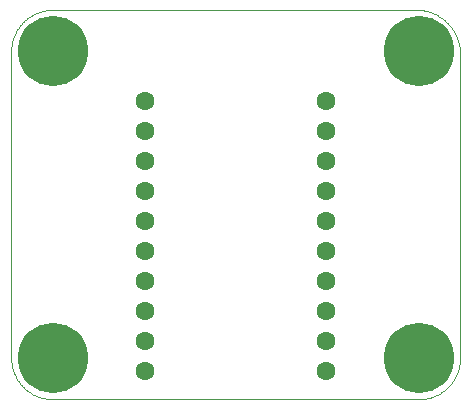
<source format=gbs>
G75*
%MOIN*%
%OFA0B0*%
%FSLAX25Y25*%
%IPPOS*%
%LPD*%
%AMOC8*
5,1,8,0,0,1.08239X$1,22.5*
%
%ADD10C,0.00000*%
%ADD11C,0.06306*%
%ADD12C,0.23400*%
D10*
X0026276Y0010843D02*
X0148323Y0010843D01*
X0148323Y0010842D02*
X0148656Y0010846D01*
X0148989Y0010858D01*
X0149321Y0010878D01*
X0149653Y0010906D01*
X0149984Y0010942D01*
X0150314Y0010987D01*
X0150643Y0011039D01*
X0150971Y0011099D01*
X0151297Y0011167D01*
X0151621Y0011242D01*
X0151943Y0011326D01*
X0152263Y0011417D01*
X0152581Y0011516D01*
X0152897Y0011623D01*
X0153209Y0011737D01*
X0153519Y0011859D01*
X0153826Y0011989D01*
X0154130Y0012125D01*
X0154430Y0012269D01*
X0154727Y0012420D01*
X0155020Y0012579D01*
X0155309Y0012744D01*
X0155594Y0012916D01*
X0155875Y0013095D01*
X0156151Y0013281D01*
X0156423Y0013474D01*
X0156690Y0013673D01*
X0156952Y0013878D01*
X0157209Y0014090D01*
X0157461Y0014308D01*
X0157707Y0014531D01*
X0157948Y0014761D01*
X0158184Y0014997D01*
X0158414Y0015238D01*
X0158637Y0015484D01*
X0158855Y0015736D01*
X0159067Y0015993D01*
X0159272Y0016255D01*
X0159471Y0016522D01*
X0159664Y0016794D01*
X0159850Y0017070D01*
X0160029Y0017351D01*
X0160201Y0017636D01*
X0160366Y0017925D01*
X0160525Y0018218D01*
X0160676Y0018515D01*
X0160820Y0018815D01*
X0160956Y0019119D01*
X0161086Y0019426D01*
X0161208Y0019736D01*
X0161322Y0020048D01*
X0161429Y0020364D01*
X0161528Y0020682D01*
X0161619Y0021002D01*
X0161703Y0021324D01*
X0161778Y0021648D01*
X0161846Y0021974D01*
X0161906Y0022302D01*
X0161958Y0022631D01*
X0162003Y0022961D01*
X0162039Y0023292D01*
X0162067Y0023624D01*
X0162087Y0023956D01*
X0162099Y0024289D01*
X0162103Y0024622D01*
X0162102Y0024622D02*
X0162102Y0126866D01*
X0162103Y0126866D02*
X0162075Y0127223D01*
X0162038Y0127578D01*
X0161993Y0127933D01*
X0161939Y0128287D01*
X0161877Y0128639D01*
X0161806Y0128989D01*
X0161727Y0129338D01*
X0161639Y0129685D01*
X0161543Y0130029D01*
X0161439Y0130371D01*
X0161326Y0130710D01*
X0161205Y0131047D01*
X0161076Y0131381D01*
X0160940Y0131711D01*
X0160795Y0132038D01*
X0160642Y0132361D01*
X0160482Y0132681D01*
X0160314Y0132996D01*
X0160138Y0133308D01*
X0159955Y0133615D01*
X0159764Y0133917D01*
X0159566Y0134215D01*
X0159361Y0134508D01*
X0159149Y0134796D01*
X0158931Y0135079D01*
X0158705Y0135356D01*
X0158473Y0135628D01*
X0158234Y0135895D01*
X0157989Y0136155D01*
X0157737Y0136409D01*
X0157480Y0136657D01*
X0157217Y0136899D01*
X0156948Y0137135D01*
X0156673Y0137364D01*
X0156393Y0137586D01*
X0156107Y0137801D01*
X0155817Y0138010D01*
X0155521Y0138211D01*
X0155221Y0138405D01*
X0154916Y0138592D01*
X0154607Y0138771D01*
X0154293Y0138943D01*
X0153975Y0139107D01*
X0153654Y0139264D01*
X0153329Y0139412D01*
X0153000Y0139553D01*
X0152668Y0139686D01*
X0152333Y0139811D01*
X0151995Y0139927D01*
X0151654Y0140036D01*
X0151311Y0140136D01*
X0150965Y0140228D01*
X0150618Y0140311D01*
X0150268Y0140386D01*
X0149917Y0140453D01*
X0149564Y0140511D01*
X0149210Y0140560D01*
X0148854Y0140601D01*
X0148498Y0140634D01*
X0148142Y0140657D01*
X0147784Y0140672D01*
X0147427Y0140679D01*
X0147069Y0140677D01*
X0146712Y0140666D01*
X0146355Y0140646D01*
X0146354Y0140646D02*
X0026276Y0140646D01*
X0025943Y0140642D01*
X0025610Y0140630D01*
X0025278Y0140610D01*
X0024946Y0140582D01*
X0024615Y0140546D01*
X0024285Y0140501D01*
X0023956Y0140449D01*
X0023628Y0140389D01*
X0023302Y0140321D01*
X0022978Y0140246D01*
X0022656Y0140162D01*
X0022336Y0140071D01*
X0022018Y0139972D01*
X0021702Y0139865D01*
X0021390Y0139751D01*
X0021080Y0139629D01*
X0020773Y0139499D01*
X0020469Y0139363D01*
X0020169Y0139219D01*
X0019872Y0139068D01*
X0019579Y0138909D01*
X0019290Y0138744D01*
X0019005Y0138572D01*
X0018724Y0138393D01*
X0018448Y0138207D01*
X0018176Y0138014D01*
X0017909Y0137815D01*
X0017647Y0137610D01*
X0017390Y0137398D01*
X0017138Y0137180D01*
X0016892Y0136957D01*
X0016651Y0136727D01*
X0016415Y0136491D01*
X0016185Y0136250D01*
X0015962Y0136004D01*
X0015744Y0135752D01*
X0015532Y0135495D01*
X0015327Y0135233D01*
X0015128Y0134966D01*
X0014935Y0134694D01*
X0014749Y0134418D01*
X0014570Y0134137D01*
X0014398Y0133852D01*
X0014233Y0133563D01*
X0014074Y0133270D01*
X0013923Y0132973D01*
X0013779Y0132673D01*
X0013643Y0132369D01*
X0013513Y0132062D01*
X0013391Y0131752D01*
X0013277Y0131440D01*
X0013170Y0131124D01*
X0013071Y0130806D01*
X0012980Y0130486D01*
X0012896Y0130164D01*
X0012821Y0129840D01*
X0012753Y0129514D01*
X0012693Y0129186D01*
X0012641Y0128857D01*
X0012596Y0128527D01*
X0012560Y0128196D01*
X0012532Y0127864D01*
X0012512Y0127532D01*
X0012500Y0127199D01*
X0012496Y0126866D01*
X0012496Y0024622D01*
X0012500Y0024289D01*
X0012512Y0023956D01*
X0012532Y0023624D01*
X0012560Y0023292D01*
X0012596Y0022961D01*
X0012641Y0022631D01*
X0012693Y0022302D01*
X0012753Y0021974D01*
X0012821Y0021648D01*
X0012896Y0021324D01*
X0012980Y0021002D01*
X0013071Y0020682D01*
X0013170Y0020364D01*
X0013277Y0020048D01*
X0013391Y0019736D01*
X0013513Y0019426D01*
X0013643Y0019119D01*
X0013779Y0018815D01*
X0013923Y0018515D01*
X0014074Y0018218D01*
X0014233Y0017925D01*
X0014398Y0017636D01*
X0014570Y0017351D01*
X0014749Y0017070D01*
X0014935Y0016794D01*
X0015128Y0016522D01*
X0015327Y0016255D01*
X0015532Y0015993D01*
X0015744Y0015736D01*
X0015962Y0015484D01*
X0016185Y0015238D01*
X0016415Y0014997D01*
X0016651Y0014761D01*
X0016892Y0014531D01*
X0017138Y0014308D01*
X0017390Y0014090D01*
X0017647Y0013878D01*
X0017909Y0013673D01*
X0018176Y0013474D01*
X0018448Y0013281D01*
X0018724Y0013095D01*
X0019005Y0012916D01*
X0019290Y0012744D01*
X0019579Y0012579D01*
X0019872Y0012420D01*
X0020169Y0012269D01*
X0020469Y0012125D01*
X0020773Y0011989D01*
X0021080Y0011859D01*
X0021390Y0011737D01*
X0021702Y0011623D01*
X0022018Y0011516D01*
X0022336Y0011417D01*
X0022656Y0011326D01*
X0022978Y0011242D01*
X0023302Y0011167D01*
X0023628Y0011099D01*
X0023956Y0011039D01*
X0024285Y0010987D01*
X0024615Y0010942D01*
X0024946Y0010906D01*
X0025278Y0010878D01*
X0025610Y0010858D01*
X0025943Y0010846D01*
X0026276Y0010842D01*
D11*
X0057249Y0020298D03*
X0057249Y0030298D03*
X0057249Y0040298D03*
X0057249Y0050298D03*
X0057249Y0060298D03*
X0057249Y0070298D03*
X0057249Y0080298D03*
X0057249Y0090298D03*
X0057249Y0100298D03*
X0057249Y0110298D03*
X0117349Y0110298D03*
X0117349Y0100298D03*
X0117349Y0090298D03*
X0117349Y0080298D03*
X0117349Y0070298D03*
X0117349Y0060298D03*
X0117349Y0050298D03*
X0117349Y0040298D03*
X0117349Y0030298D03*
X0117349Y0020298D03*
D12*
X0148323Y0024622D03*
X0026276Y0024622D03*
X0026276Y0126984D03*
X0148323Y0126984D03*
M02*

</source>
